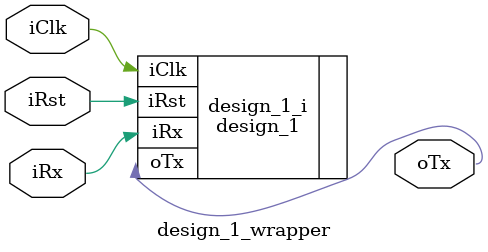
<source format=v>
`timescale 1 ps / 1 ps

module design_1_wrapper
   (iClk,
    iRst,
    iRx,
    oTx);
  input iClk;
  input iRst;
  input iRx;
  output oTx;

  wire iClk;
  wire iRst;
  wire iRx;
  wire oTx;

  design_1 design_1_i
       (.iClk(iClk),
        .iRst(iRst),
        .iRx(iRx),
        .oTx(oTx));
endmodule

</source>
